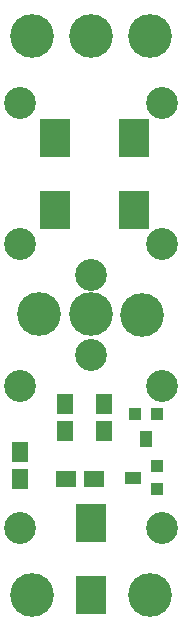
<source format=gts>
%FSLAX42Y42*%
%MOMM*%
G71*
G01*
G75*
G04 Layer_Color=8388736*
%ADD10R,2.30X3.00*%
%ADD11R,1.25X0.90*%
%ADD12R,0.90X0.90*%
%ADD13R,0.90X0.90*%
%ADD14R,0.90X1.25*%
%ADD15R,1.25X1.50*%
%ADD16R,1.50X1.25*%
%ADD17C,0.50*%
%ADD18C,0.30*%
%ADD19C,2.50*%
%ADD20C,4.00*%
%ADD21C,3.50*%
%ADD22C,2.50*%
%ADD23R,2.50X3.20*%
%ADD24R,1.45X1.10*%
%ADD25R,1.10X1.10*%
%ADD26R,1.10X1.10*%
%ADD27R,1.10X1.45*%
%ADD28R,1.45X1.70*%
%ADD29R,1.70X1.45*%
%ADD30C,3.70*%
%ADD31C,2.70*%
D23*
X10100Y5120D02*
D03*
Y5730D02*
D03*
X10460Y8990D02*
D03*
Y8380D02*
D03*
X9790Y8990D02*
D03*
Y8380D02*
D03*
D24*
X10455Y6115D02*
D03*
D25*
X10660Y6210D02*
D03*
Y6020D02*
D03*
D26*
Y6650D02*
D03*
X10470D02*
D03*
D27*
X10565Y6445D02*
D03*
D28*
X10210Y6510D02*
D03*
Y6740D02*
D03*
X9500Y6330D02*
D03*
Y6100D02*
D03*
X9880Y6510D02*
D03*
Y6740D02*
D03*
D29*
X9890Y6100D02*
D03*
X10120D02*
D03*
D30*
X10600Y5120D02*
D03*
X9600D02*
D03*
X10600Y9850D02*
D03*
X10100D02*
D03*
X9600D02*
D03*
X9660Y7500D02*
D03*
X10100D02*
D03*
X10530Y7490D02*
D03*
D31*
X10100Y7828D02*
D03*
X10700Y9290D02*
D03*
Y8090D02*
D03*
X9500Y9290D02*
D03*
Y8090D02*
D03*
X10700Y6890D02*
D03*
Y5690D02*
D03*
X9500Y6890D02*
D03*
Y5690D02*
D03*
X10100Y7153D02*
D03*
M02*

</source>
